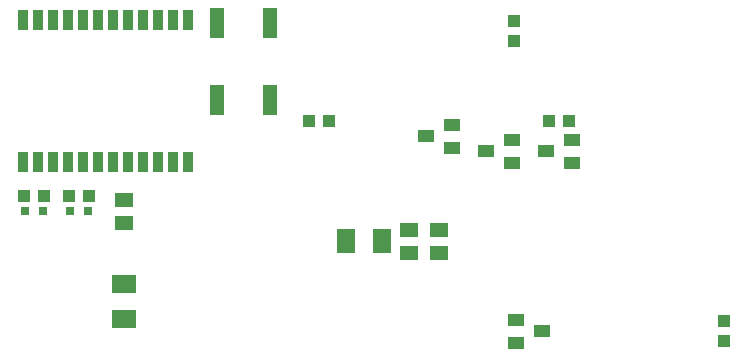
<source format=gtp>
G75*
G70*
%OFA0B0*%
%FSLAX24Y24*%
%IPPOS*%
%LPD*%
%AMOC8*
5,1,8,0,0,1.08239X$1,22.5*
%
%ADD10R,0.0630X0.0512*%
%ADD11R,0.0394X0.0433*%
%ADD12R,0.0315X0.0315*%
%ADD13R,0.0500X0.1000*%
%ADD14R,0.0787X0.0591*%
%ADD15R,0.0591X0.0787*%
%ADD16R,0.0551X0.0394*%
%ADD17R,0.0433X0.0394*%
%ADD18R,0.0320X0.0660*%
D10*
X005562Y005752D03*
X005562Y006539D03*
X015062Y005539D03*
X016062Y005539D03*
X016062Y004752D03*
X015062Y004752D03*
D11*
X012397Y009145D03*
X011727Y009145D03*
X004397Y006645D03*
X003727Y006645D03*
X002897Y006645D03*
X002227Y006645D03*
X019727Y009145D03*
X020397Y009145D03*
D12*
X004357Y006145D03*
X003767Y006145D03*
X002857Y006145D03*
X002267Y006145D03*
D13*
X008672Y009865D03*
X010452Y009865D03*
X010452Y012425D03*
X008672Y012425D03*
D14*
X005562Y002555D03*
X005562Y003736D03*
D15*
X012971Y005145D03*
X014153Y005145D03*
D16*
X018629Y002519D03*
X019495Y002145D03*
X018629Y001771D03*
X018495Y007771D03*
X017629Y008145D03*
X018495Y008519D03*
X019629Y008145D03*
X020495Y007771D03*
X020495Y008519D03*
X016495Y008271D03*
X015629Y008645D03*
X016495Y009019D03*
D17*
X018562Y011811D03*
X018562Y012480D03*
X025562Y002480D03*
X025562Y001811D03*
D18*
X007692Y007783D03*
X007192Y007783D03*
X006692Y007783D03*
X006192Y007783D03*
X005692Y007783D03*
X005192Y007783D03*
X004692Y007783D03*
X004192Y007783D03*
X003692Y007783D03*
X003192Y007783D03*
X002692Y007783D03*
X002192Y007783D03*
X002192Y012507D03*
X002692Y012507D03*
X003192Y012507D03*
X003692Y012507D03*
X004192Y012507D03*
X004692Y012507D03*
X005192Y012507D03*
X005692Y012507D03*
X006192Y012507D03*
X006692Y012507D03*
X007192Y012507D03*
X007692Y012507D03*
M02*

</source>
